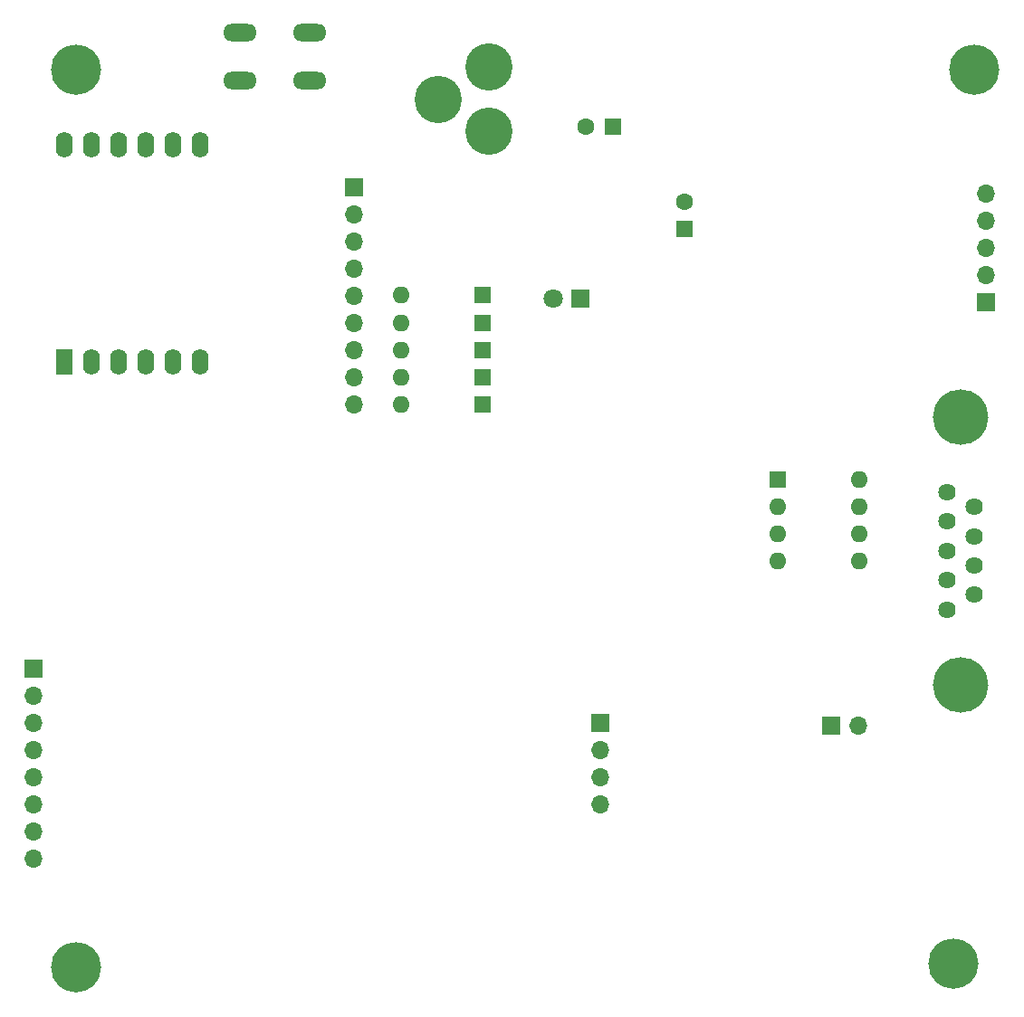
<source format=gbs>
G04 #@! TF.GenerationSoftware,KiCad,Pcbnew,8.0.6*
G04 #@! TF.CreationDate,2025-01-15T22:05:06-05:00*
G04 #@! TF.ProjectId,RL78_F14_32p_Rev2,524c3738-5f46-4313-945f-3332705f5265,rev?*
G04 #@! TF.SameCoordinates,Original*
G04 #@! TF.FileFunction,Soldermask,Bot*
G04 #@! TF.FilePolarity,Negative*
%FSLAX46Y46*%
G04 Gerber Fmt 4.6, Leading zero omitted, Abs format (unit mm)*
G04 Created by KiCad (PCBNEW 8.0.6) date 2025-01-15 22:05:06*
%MOMM*%
%LPD*%
G01*
G04 APERTURE LIST*
%ADD10R,1.600000X1.600000*%
%ADD11O,1.600000X1.600000*%
%ADD12C,4.700000*%
%ADD13C,4.419600*%
%ADD14R,1.700000X1.700000*%
%ADD15O,1.700000X1.700000*%
%ADD16R,1.600000X2.400000*%
%ADD17O,1.600000X2.400000*%
%ADD18C,1.600000*%
%ADD19O,3.149600X1.625600*%
%ADD20R,1.800000X1.800000*%
%ADD21C,1.800000*%
%ADD22C,1.625600*%
%ADD23C,5.181600*%
G04 APERTURE END LIST*
D10*
X116000000Y-94050000D03*
D11*
X108380000Y-94050000D03*
D12*
X78000000Y-73000000D03*
X162000000Y-73000000D03*
X78000000Y-157000000D03*
X159997000Y-156643000D03*
D13*
X116550000Y-72750000D03*
X111850000Y-75750000D03*
X116550000Y-78750000D03*
D14*
X148625000Y-134350000D03*
D15*
X151165000Y-134350000D03*
D10*
X116000000Y-104320000D03*
D11*
X108380000Y-104320000D03*
D16*
X76900000Y-100320000D03*
D17*
X79440000Y-100320000D03*
X81980000Y-100320000D03*
X84520000Y-100320000D03*
X87060000Y-100320000D03*
X89600000Y-100320000D03*
X89600000Y-80000000D03*
X87060000Y-80000000D03*
X84520000Y-80000000D03*
X81980000Y-80000000D03*
X79440000Y-80000000D03*
X76900000Y-80000000D03*
D14*
X104000000Y-84000000D03*
D15*
X104000000Y-86540000D03*
X104000000Y-89080000D03*
X104000000Y-91620000D03*
X104000000Y-94160000D03*
X104000000Y-96700000D03*
X104000000Y-99240000D03*
X104000000Y-101780000D03*
X104000000Y-104320000D03*
D10*
X134900000Y-87832400D03*
D18*
X134900000Y-85332400D03*
D10*
X128175000Y-78325000D03*
D18*
X125675000Y-78325000D03*
D10*
X116000000Y-101780000D03*
D11*
X108380000Y-101780000D03*
D10*
X143600000Y-111300000D03*
D11*
X143600000Y-113840000D03*
X143600000Y-116380000D03*
X143600000Y-118920000D03*
X151220000Y-118920000D03*
X151220000Y-116380000D03*
X151220000Y-113840000D03*
X151220000Y-111300000D03*
D10*
X116000000Y-96700000D03*
D11*
X108380000Y-96700000D03*
D14*
X74000000Y-129000000D03*
D15*
X74000000Y-131540000D03*
X74000000Y-134080000D03*
X74000000Y-136620000D03*
X74000000Y-139160000D03*
X74000000Y-141700000D03*
X74000000Y-144240000D03*
X74000000Y-146780000D03*
D14*
X163080000Y-94742500D03*
D15*
X163080000Y-92202500D03*
X163080000Y-89662500D03*
X163080000Y-87122500D03*
X163080000Y-84582500D03*
D19*
X93298800Y-69489400D03*
X99801200Y-69489400D03*
X93298800Y-74010600D03*
X99801200Y-74010600D03*
D14*
X127000000Y-134080000D03*
D15*
X127000000Y-136620000D03*
X127000000Y-139160000D03*
X127000000Y-141700000D03*
D20*
X125175000Y-94400000D03*
D21*
X122635000Y-94400000D03*
D22*
X159430000Y-112513600D03*
X159430000Y-115256800D03*
X159430000Y-118000000D03*
X159430000Y-120743200D03*
X159430000Y-123486400D03*
X161970000Y-113885200D03*
X161970000Y-116628400D03*
X161970000Y-119371600D03*
X161970000Y-122114800D03*
D23*
X160700000Y-105477800D03*
X160700000Y-130522200D03*
D10*
X116000000Y-99240000D03*
D11*
X108380000Y-99240000D03*
M02*

</source>
